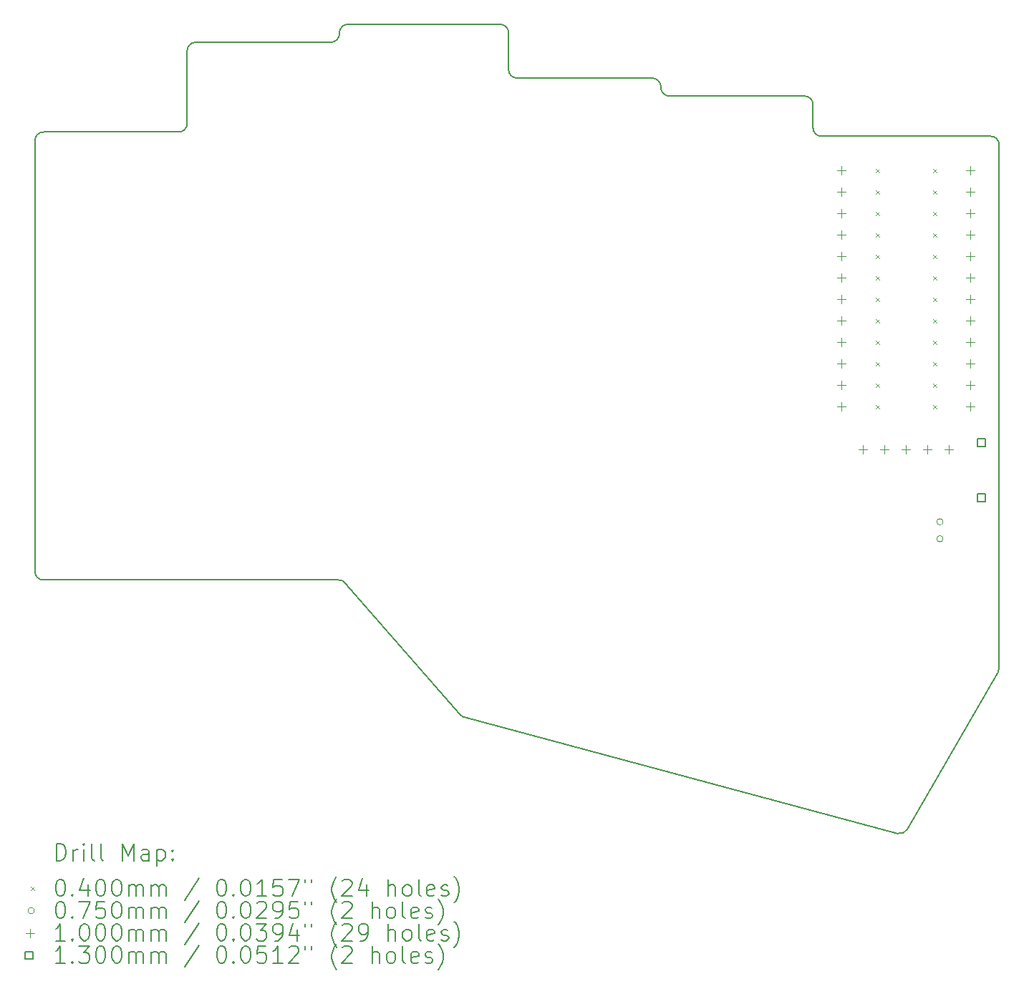
<source format=gbr>
%TF.GenerationSoftware,KiCad,Pcbnew,8.0.6+1*%
%TF.CreationDate,2024-12-31T16:22:16+00:00*%
%TF.ProjectId,corney_island_wireless,636f726e-6579-45f6-9973-6c616e645f77,0.2*%
%TF.SameCoordinates,Original*%
%TF.FileFunction,Drillmap*%
%TF.FilePolarity,Positive*%
%FSLAX45Y45*%
G04 Gerber Fmt 4.5, Leading zero omitted, Abs format (unit mm)*
G04 Created by KiCad (PCBNEW 8.0.6+1) date 2024-12-31 16:22:16*
%MOMM*%
%LPD*%
G01*
G04 APERTURE LIST*
%ADD10C,0.150000*%
%ADD11C,0.200000*%
%ADD12C,0.100000*%
%ADD13C,0.130000*%
G04 APERTURE END LIST*
D10*
X9100000Y-10950000D02*
X12591898Y-10950000D01*
X9000000Y-10850000D02*
X9000000Y-5750000D01*
X9100000Y-10950000D02*
G75*
G02*
X9000000Y-10850000I0J100000D01*
G01*
X10700000Y-5650000D02*
X9100000Y-5650000D01*
X9000000Y-5750000D02*
G75*
G02*
X9100000Y-5650000I100000J0D01*
G01*
X12500000Y-4587500D02*
X10900000Y-4587500D01*
X10800000Y-4687500D02*
G75*
G02*
X10900000Y-4587500I100000J0D01*
G01*
X10800000Y-4687500D02*
X10800000Y-5550000D01*
X14600000Y-4912500D02*
X14600000Y-4475000D01*
X14500000Y-4375000D02*
G75*
G02*
X14600000Y-4475000I0J-100000D01*
G01*
X14500000Y-4375000D02*
X12700000Y-4375000D01*
X12600000Y-4475000D02*
G75*
G02*
X12700000Y-4375000I100000J0D01*
G01*
X12600000Y-4475000D02*
X12600000Y-4487500D01*
X16400000Y-5125000D02*
X16400000Y-5112500D01*
X16300000Y-5012500D02*
G75*
G02*
X16400000Y-5112500I0J-100000D01*
G01*
X16300000Y-5012500D02*
X14700000Y-5012500D01*
X18200000Y-5600000D02*
X18200000Y-5325000D01*
X18100000Y-5225000D02*
G75*
G02*
X18200000Y-5325000I0J-100000D01*
G01*
X18100000Y-5225000D02*
X16500000Y-5225000D01*
X19312481Y-13901024D02*
X20386603Y-12040591D01*
X19199997Y-13947617D02*
X14069557Y-12572920D01*
X14019936Y-12541896D02*
X12667401Y-10984431D01*
X19312481Y-13901024D02*
G75*
G02*
X19199998Y-13947613I-86601J50004D01*
G01*
X14069557Y-12572920D02*
G75*
G02*
X14019937Y-12541895I25883J96590D01*
G01*
X12591898Y-10950000D02*
G75*
G02*
X12667402Y-10984430I2J-100000D01*
G01*
X18300000Y-5700000D02*
X20300000Y-5700000D01*
X20400000Y-11990591D02*
X20400000Y-5800000D01*
X20400000Y-11990591D02*
G75*
G02*
X20386602Y-12040591I-100000J2D01*
G01*
X20300000Y-5700000D02*
G75*
G02*
X20400000Y-5800000I0J-100000D01*
G01*
X18300000Y-5700000D02*
G75*
G02*
X18200000Y-5600000I0J100000D01*
G01*
X16500000Y-5225000D02*
G75*
G02*
X16400000Y-5125000I0J100000D01*
G01*
X14700000Y-5012500D02*
G75*
G02*
X14600000Y-4912500I0J100000D01*
G01*
X12600000Y-4487500D02*
G75*
G02*
X12500000Y-4587500I-100000J0D01*
G01*
X10800000Y-5550000D02*
G75*
G02*
X10700000Y-5650000I-100000J0D01*
G01*
D11*
D12*
X18940000Y-6084500D02*
X18980000Y-6124500D01*
X18980000Y-6084500D02*
X18940000Y-6124500D01*
X18940000Y-6338500D02*
X18980000Y-6378500D01*
X18980000Y-6338500D02*
X18940000Y-6378500D01*
X18940000Y-6592500D02*
X18980000Y-6632500D01*
X18980000Y-6592500D02*
X18940000Y-6632500D01*
X18940000Y-6846500D02*
X18980000Y-6886500D01*
X18980000Y-6846500D02*
X18940000Y-6886500D01*
X18940000Y-7100500D02*
X18980000Y-7140500D01*
X18980000Y-7100500D02*
X18940000Y-7140500D01*
X18940000Y-7354500D02*
X18980000Y-7394500D01*
X18980000Y-7354500D02*
X18940000Y-7394500D01*
X18940000Y-7608500D02*
X18980000Y-7648500D01*
X18980000Y-7608500D02*
X18940000Y-7648500D01*
X18940000Y-7862500D02*
X18980000Y-7902500D01*
X18980000Y-7862500D02*
X18940000Y-7902500D01*
X18940000Y-8116500D02*
X18980000Y-8156500D01*
X18980000Y-8116500D02*
X18940000Y-8156500D01*
X18940000Y-8370500D02*
X18980000Y-8410500D01*
X18980000Y-8370500D02*
X18940000Y-8410500D01*
X18940000Y-8624500D02*
X18980000Y-8664500D01*
X18980000Y-8624500D02*
X18940000Y-8664500D01*
X18940000Y-8878500D02*
X18980000Y-8918500D01*
X18980000Y-8878500D02*
X18940000Y-8918500D01*
X19620000Y-6084500D02*
X19660000Y-6124500D01*
X19660000Y-6084500D02*
X19620000Y-6124500D01*
X19620000Y-6338500D02*
X19660000Y-6378500D01*
X19660000Y-6338500D02*
X19620000Y-6378500D01*
X19620000Y-6592500D02*
X19660000Y-6632500D01*
X19660000Y-6592500D02*
X19620000Y-6632500D01*
X19620000Y-6846500D02*
X19660000Y-6886500D01*
X19660000Y-6846500D02*
X19620000Y-6886500D01*
X19620000Y-7100500D02*
X19660000Y-7140500D01*
X19660000Y-7100500D02*
X19620000Y-7140500D01*
X19620000Y-7354500D02*
X19660000Y-7394500D01*
X19660000Y-7354500D02*
X19620000Y-7394500D01*
X19620000Y-7608500D02*
X19660000Y-7648500D01*
X19660000Y-7608500D02*
X19620000Y-7648500D01*
X19620000Y-7862500D02*
X19660000Y-7902500D01*
X19660000Y-7862500D02*
X19620000Y-7902500D01*
X19620000Y-8116500D02*
X19660000Y-8156500D01*
X19660000Y-8116500D02*
X19620000Y-8156500D01*
X19620000Y-8370500D02*
X19660000Y-8410500D01*
X19660000Y-8370500D02*
X19620000Y-8410500D01*
X19620000Y-8624500D02*
X19660000Y-8664500D01*
X19660000Y-8624500D02*
X19620000Y-8664500D01*
X19620000Y-8878500D02*
X19660000Y-8918500D01*
X19660000Y-8878500D02*
X19620000Y-8918500D01*
X19737500Y-10262500D02*
G75*
G02*
X19662500Y-10262500I-37500J0D01*
G01*
X19662500Y-10262500D02*
G75*
G02*
X19737500Y-10262500I37500J0D01*
G01*
X19737500Y-10462500D02*
G75*
G02*
X19662500Y-10462500I-37500J0D01*
G01*
X19662500Y-10462500D02*
G75*
G02*
X19737500Y-10462500I37500J0D01*
G01*
X18538000Y-6054500D02*
X18538000Y-6154500D01*
X18488000Y-6104500D02*
X18588000Y-6104500D01*
X18538000Y-6308500D02*
X18538000Y-6408500D01*
X18488000Y-6358500D02*
X18588000Y-6358500D01*
X18538000Y-6562500D02*
X18538000Y-6662500D01*
X18488000Y-6612500D02*
X18588000Y-6612500D01*
X18538000Y-6816500D02*
X18538000Y-6916500D01*
X18488000Y-6866500D02*
X18588000Y-6866500D01*
X18538000Y-7070500D02*
X18538000Y-7170500D01*
X18488000Y-7120500D02*
X18588000Y-7120500D01*
X18538000Y-7324500D02*
X18538000Y-7424500D01*
X18488000Y-7374500D02*
X18588000Y-7374500D01*
X18538000Y-7578500D02*
X18538000Y-7678500D01*
X18488000Y-7628500D02*
X18588000Y-7628500D01*
X18538000Y-7832500D02*
X18538000Y-7932500D01*
X18488000Y-7882500D02*
X18588000Y-7882500D01*
X18538000Y-8086500D02*
X18538000Y-8186500D01*
X18488000Y-8136500D02*
X18588000Y-8136500D01*
X18538000Y-8340500D02*
X18538000Y-8440500D01*
X18488000Y-8390500D02*
X18588000Y-8390500D01*
X18538000Y-8594500D02*
X18538000Y-8694500D01*
X18488000Y-8644500D02*
X18588000Y-8644500D01*
X18538000Y-8848500D02*
X18538000Y-8948500D01*
X18488000Y-8898500D02*
X18588000Y-8898500D01*
X18792000Y-9357500D02*
X18792000Y-9457500D01*
X18742000Y-9407500D02*
X18842000Y-9407500D01*
X19046000Y-9357500D02*
X19046000Y-9457500D01*
X18996000Y-9407500D02*
X19096000Y-9407500D01*
X19300000Y-9357500D02*
X19300000Y-9457500D01*
X19250000Y-9407500D02*
X19350000Y-9407500D01*
X19554000Y-9357500D02*
X19554000Y-9457500D01*
X19504000Y-9407500D02*
X19604000Y-9407500D01*
X19808000Y-9357500D02*
X19808000Y-9457500D01*
X19758000Y-9407500D02*
X19858000Y-9407500D01*
X20062000Y-6054500D02*
X20062000Y-6154500D01*
X20012000Y-6104500D02*
X20112000Y-6104500D01*
X20062000Y-6308500D02*
X20062000Y-6408500D01*
X20012000Y-6358500D02*
X20112000Y-6358500D01*
X20062000Y-6562500D02*
X20062000Y-6662500D01*
X20012000Y-6612500D02*
X20112000Y-6612500D01*
X20062000Y-6816500D02*
X20062000Y-6916500D01*
X20012000Y-6866500D02*
X20112000Y-6866500D01*
X20062000Y-7070500D02*
X20062000Y-7170500D01*
X20012000Y-7120500D02*
X20112000Y-7120500D01*
X20062000Y-7324500D02*
X20062000Y-7424500D01*
X20012000Y-7374500D02*
X20112000Y-7374500D01*
X20062000Y-7578500D02*
X20062000Y-7678500D01*
X20012000Y-7628500D02*
X20112000Y-7628500D01*
X20062000Y-7832500D02*
X20062000Y-7932500D01*
X20012000Y-7882500D02*
X20112000Y-7882500D01*
X20062000Y-8086500D02*
X20062000Y-8186500D01*
X20012000Y-8136500D02*
X20112000Y-8136500D01*
X20062000Y-8340500D02*
X20062000Y-8440500D01*
X20012000Y-8390500D02*
X20112000Y-8390500D01*
X20062000Y-8594500D02*
X20062000Y-8694500D01*
X20012000Y-8644500D02*
X20112000Y-8644500D01*
X20062000Y-8848500D02*
X20062000Y-8948500D01*
X20012000Y-8898500D02*
X20112000Y-8898500D01*
D13*
X20235962Y-9370962D02*
X20235962Y-9279038D01*
X20144038Y-9279038D01*
X20144038Y-9370962D01*
X20235962Y-9370962D01*
X20235962Y-10020962D02*
X20235962Y-9929038D01*
X20144038Y-9929038D01*
X20144038Y-10020962D01*
X20235962Y-10020962D01*
D11*
X9253277Y-14270005D02*
X9253277Y-14070005D01*
X9253277Y-14070005D02*
X9300896Y-14070005D01*
X9300896Y-14070005D02*
X9329467Y-14079529D01*
X9329467Y-14079529D02*
X9348515Y-14098576D01*
X9348515Y-14098576D02*
X9358039Y-14117624D01*
X9358039Y-14117624D02*
X9367563Y-14155719D01*
X9367563Y-14155719D02*
X9367563Y-14184290D01*
X9367563Y-14184290D02*
X9358039Y-14222386D01*
X9358039Y-14222386D02*
X9348515Y-14241433D01*
X9348515Y-14241433D02*
X9329467Y-14260481D01*
X9329467Y-14260481D02*
X9300896Y-14270005D01*
X9300896Y-14270005D02*
X9253277Y-14270005D01*
X9453277Y-14270005D02*
X9453277Y-14136671D01*
X9453277Y-14174767D02*
X9462801Y-14155719D01*
X9462801Y-14155719D02*
X9472324Y-14146195D01*
X9472324Y-14146195D02*
X9491372Y-14136671D01*
X9491372Y-14136671D02*
X9510420Y-14136671D01*
X9577086Y-14270005D02*
X9577086Y-14136671D01*
X9577086Y-14070005D02*
X9567563Y-14079529D01*
X9567563Y-14079529D02*
X9577086Y-14089052D01*
X9577086Y-14089052D02*
X9586610Y-14079529D01*
X9586610Y-14079529D02*
X9577086Y-14070005D01*
X9577086Y-14070005D02*
X9577086Y-14089052D01*
X9700896Y-14270005D02*
X9681848Y-14260481D01*
X9681848Y-14260481D02*
X9672324Y-14241433D01*
X9672324Y-14241433D02*
X9672324Y-14070005D01*
X9805658Y-14270005D02*
X9786610Y-14260481D01*
X9786610Y-14260481D02*
X9777086Y-14241433D01*
X9777086Y-14241433D02*
X9777086Y-14070005D01*
X10034229Y-14270005D02*
X10034229Y-14070005D01*
X10034229Y-14070005D02*
X10100896Y-14212862D01*
X10100896Y-14212862D02*
X10167563Y-14070005D01*
X10167563Y-14070005D02*
X10167563Y-14270005D01*
X10348515Y-14270005D02*
X10348515Y-14165243D01*
X10348515Y-14165243D02*
X10338991Y-14146195D01*
X10338991Y-14146195D02*
X10319944Y-14136671D01*
X10319944Y-14136671D02*
X10281848Y-14136671D01*
X10281848Y-14136671D02*
X10262801Y-14146195D01*
X10348515Y-14260481D02*
X10329467Y-14270005D01*
X10329467Y-14270005D02*
X10281848Y-14270005D01*
X10281848Y-14270005D02*
X10262801Y-14260481D01*
X10262801Y-14260481D02*
X10253277Y-14241433D01*
X10253277Y-14241433D02*
X10253277Y-14222386D01*
X10253277Y-14222386D02*
X10262801Y-14203338D01*
X10262801Y-14203338D02*
X10281848Y-14193814D01*
X10281848Y-14193814D02*
X10329467Y-14193814D01*
X10329467Y-14193814D02*
X10348515Y-14184290D01*
X10443753Y-14136671D02*
X10443753Y-14336671D01*
X10443753Y-14146195D02*
X10462801Y-14136671D01*
X10462801Y-14136671D02*
X10500896Y-14136671D01*
X10500896Y-14136671D02*
X10519944Y-14146195D01*
X10519944Y-14146195D02*
X10529467Y-14155719D01*
X10529467Y-14155719D02*
X10538991Y-14174767D01*
X10538991Y-14174767D02*
X10538991Y-14231909D01*
X10538991Y-14231909D02*
X10529467Y-14250957D01*
X10529467Y-14250957D02*
X10519944Y-14260481D01*
X10519944Y-14260481D02*
X10500896Y-14270005D01*
X10500896Y-14270005D02*
X10462801Y-14270005D01*
X10462801Y-14270005D02*
X10443753Y-14260481D01*
X10624705Y-14250957D02*
X10634229Y-14260481D01*
X10634229Y-14260481D02*
X10624705Y-14270005D01*
X10624705Y-14270005D02*
X10615182Y-14260481D01*
X10615182Y-14260481D02*
X10624705Y-14250957D01*
X10624705Y-14250957D02*
X10624705Y-14270005D01*
X10624705Y-14146195D02*
X10634229Y-14155719D01*
X10634229Y-14155719D02*
X10624705Y-14165243D01*
X10624705Y-14165243D02*
X10615182Y-14155719D01*
X10615182Y-14155719D02*
X10624705Y-14146195D01*
X10624705Y-14146195D02*
X10624705Y-14165243D01*
D12*
X8952500Y-14578521D02*
X8992500Y-14618521D01*
X8992500Y-14578521D02*
X8952500Y-14618521D01*
D11*
X9291372Y-14490005D02*
X9310420Y-14490005D01*
X9310420Y-14490005D02*
X9329467Y-14499529D01*
X9329467Y-14499529D02*
X9338991Y-14509052D01*
X9338991Y-14509052D02*
X9348515Y-14528100D01*
X9348515Y-14528100D02*
X9358039Y-14566195D01*
X9358039Y-14566195D02*
X9358039Y-14613814D01*
X9358039Y-14613814D02*
X9348515Y-14651909D01*
X9348515Y-14651909D02*
X9338991Y-14670957D01*
X9338991Y-14670957D02*
X9329467Y-14680481D01*
X9329467Y-14680481D02*
X9310420Y-14690005D01*
X9310420Y-14690005D02*
X9291372Y-14690005D01*
X9291372Y-14690005D02*
X9272324Y-14680481D01*
X9272324Y-14680481D02*
X9262801Y-14670957D01*
X9262801Y-14670957D02*
X9253277Y-14651909D01*
X9253277Y-14651909D02*
X9243753Y-14613814D01*
X9243753Y-14613814D02*
X9243753Y-14566195D01*
X9243753Y-14566195D02*
X9253277Y-14528100D01*
X9253277Y-14528100D02*
X9262801Y-14509052D01*
X9262801Y-14509052D02*
X9272324Y-14499529D01*
X9272324Y-14499529D02*
X9291372Y-14490005D01*
X9443753Y-14670957D02*
X9453277Y-14680481D01*
X9453277Y-14680481D02*
X9443753Y-14690005D01*
X9443753Y-14690005D02*
X9434229Y-14680481D01*
X9434229Y-14680481D02*
X9443753Y-14670957D01*
X9443753Y-14670957D02*
X9443753Y-14690005D01*
X9624705Y-14556671D02*
X9624705Y-14690005D01*
X9577086Y-14480481D02*
X9529467Y-14623338D01*
X9529467Y-14623338D02*
X9653277Y-14623338D01*
X9767563Y-14490005D02*
X9786610Y-14490005D01*
X9786610Y-14490005D02*
X9805658Y-14499529D01*
X9805658Y-14499529D02*
X9815182Y-14509052D01*
X9815182Y-14509052D02*
X9824705Y-14528100D01*
X9824705Y-14528100D02*
X9834229Y-14566195D01*
X9834229Y-14566195D02*
X9834229Y-14613814D01*
X9834229Y-14613814D02*
X9824705Y-14651909D01*
X9824705Y-14651909D02*
X9815182Y-14670957D01*
X9815182Y-14670957D02*
X9805658Y-14680481D01*
X9805658Y-14680481D02*
X9786610Y-14690005D01*
X9786610Y-14690005D02*
X9767563Y-14690005D01*
X9767563Y-14690005D02*
X9748515Y-14680481D01*
X9748515Y-14680481D02*
X9738991Y-14670957D01*
X9738991Y-14670957D02*
X9729467Y-14651909D01*
X9729467Y-14651909D02*
X9719944Y-14613814D01*
X9719944Y-14613814D02*
X9719944Y-14566195D01*
X9719944Y-14566195D02*
X9729467Y-14528100D01*
X9729467Y-14528100D02*
X9738991Y-14509052D01*
X9738991Y-14509052D02*
X9748515Y-14499529D01*
X9748515Y-14499529D02*
X9767563Y-14490005D01*
X9958039Y-14490005D02*
X9977086Y-14490005D01*
X9977086Y-14490005D02*
X9996134Y-14499529D01*
X9996134Y-14499529D02*
X10005658Y-14509052D01*
X10005658Y-14509052D02*
X10015182Y-14528100D01*
X10015182Y-14528100D02*
X10024705Y-14566195D01*
X10024705Y-14566195D02*
X10024705Y-14613814D01*
X10024705Y-14613814D02*
X10015182Y-14651909D01*
X10015182Y-14651909D02*
X10005658Y-14670957D01*
X10005658Y-14670957D02*
X9996134Y-14680481D01*
X9996134Y-14680481D02*
X9977086Y-14690005D01*
X9977086Y-14690005D02*
X9958039Y-14690005D01*
X9958039Y-14690005D02*
X9938991Y-14680481D01*
X9938991Y-14680481D02*
X9929467Y-14670957D01*
X9929467Y-14670957D02*
X9919944Y-14651909D01*
X9919944Y-14651909D02*
X9910420Y-14613814D01*
X9910420Y-14613814D02*
X9910420Y-14566195D01*
X9910420Y-14566195D02*
X9919944Y-14528100D01*
X9919944Y-14528100D02*
X9929467Y-14509052D01*
X9929467Y-14509052D02*
X9938991Y-14499529D01*
X9938991Y-14499529D02*
X9958039Y-14490005D01*
X10110420Y-14690005D02*
X10110420Y-14556671D01*
X10110420Y-14575719D02*
X10119944Y-14566195D01*
X10119944Y-14566195D02*
X10138991Y-14556671D01*
X10138991Y-14556671D02*
X10167563Y-14556671D01*
X10167563Y-14556671D02*
X10186610Y-14566195D01*
X10186610Y-14566195D02*
X10196134Y-14585243D01*
X10196134Y-14585243D02*
X10196134Y-14690005D01*
X10196134Y-14585243D02*
X10205658Y-14566195D01*
X10205658Y-14566195D02*
X10224705Y-14556671D01*
X10224705Y-14556671D02*
X10253277Y-14556671D01*
X10253277Y-14556671D02*
X10272325Y-14566195D01*
X10272325Y-14566195D02*
X10281848Y-14585243D01*
X10281848Y-14585243D02*
X10281848Y-14690005D01*
X10377086Y-14690005D02*
X10377086Y-14556671D01*
X10377086Y-14575719D02*
X10386610Y-14566195D01*
X10386610Y-14566195D02*
X10405658Y-14556671D01*
X10405658Y-14556671D02*
X10434229Y-14556671D01*
X10434229Y-14556671D02*
X10453277Y-14566195D01*
X10453277Y-14566195D02*
X10462801Y-14585243D01*
X10462801Y-14585243D02*
X10462801Y-14690005D01*
X10462801Y-14585243D02*
X10472325Y-14566195D01*
X10472325Y-14566195D02*
X10491372Y-14556671D01*
X10491372Y-14556671D02*
X10519944Y-14556671D01*
X10519944Y-14556671D02*
X10538991Y-14566195D01*
X10538991Y-14566195D02*
X10548515Y-14585243D01*
X10548515Y-14585243D02*
X10548515Y-14690005D01*
X10938991Y-14480481D02*
X10767563Y-14737624D01*
X11196134Y-14490005D02*
X11215182Y-14490005D01*
X11215182Y-14490005D02*
X11234229Y-14499529D01*
X11234229Y-14499529D02*
X11243753Y-14509052D01*
X11243753Y-14509052D02*
X11253277Y-14528100D01*
X11253277Y-14528100D02*
X11262801Y-14566195D01*
X11262801Y-14566195D02*
X11262801Y-14613814D01*
X11262801Y-14613814D02*
X11253277Y-14651909D01*
X11253277Y-14651909D02*
X11243753Y-14670957D01*
X11243753Y-14670957D02*
X11234229Y-14680481D01*
X11234229Y-14680481D02*
X11215182Y-14690005D01*
X11215182Y-14690005D02*
X11196134Y-14690005D01*
X11196134Y-14690005D02*
X11177087Y-14680481D01*
X11177087Y-14680481D02*
X11167563Y-14670957D01*
X11167563Y-14670957D02*
X11158039Y-14651909D01*
X11158039Y-14651909D02*
X11148515Y-14613814D01*
X11148515Y-14613814D02*
X11148515Y-14566195D01*
X11148515Y-14566195D02*
X11158039Y-14528100D01*
X11158039Y-14528100D02*
X11167563Y-14509052D01*
X11167563Y-14509052D02*
X11177087Y-14499529D01*
X11177087Y-14499529D02*
X11196134Y-14490005D01*
X11348515Y-14670957D02*
X11358039Y-14680481D01*
X11358039Y-14680481D02*
X11348515Y-14690005D01*
X11348515Y-14690005D02*
X11338991Y-14680481D01*
X11338991Y-14680481D02*
X11348515Y-14670957D01*
X11348515Y-14670957D02*
X11348515Y-14690005D01*
X11481848Y-14490005D02*
X11500896Y-14490005D01*
X11500896Y-14490005D02*
X11519944Y-14499529D01*
X11519944Y-14499529D02*
X11529467Y-14509052D01*
X11529467Y-14509052D02*
X11538991Y-14528100D01*
X11538991Y-14528100D02*
X11548515Y-14566195D01*
X11548515Y-14566195D02*
X11548515Y-14613814D01*
X11548515Y-14613814D02*
X11538991Y-14651909D01*
X11538991Y-14651909D02*
X11529467Y-14670957D01*
X11529467Y-14670957D02*
X11519944Y-14680481D01*
X11519944Y-14680481D02*
X11500896Y-14690005D01*
X11500896Y-14690005D02*
X11481848Y-14690005D01*
X11481848Y-14690005D02*
X11462801Y-14680481D01*
X11462801Y-14680481D02*
X11453277Y-14670957D01*
X11453277Y-14670957D02*
X11443753Y-14651909D01*
X11443753Y-14651909D02*
X11434229Y-14613814D01*
X11434229Y-14613814D02*
X11434229Y-14566195D01*
X11434229Y-14566195D02*
X11443753Y-14528100D01*
X11443753Y-14528100D02*
X11453277Y-14509052D01*
X11453277Y-14509052D02*
X11462801Y-14499529D01*
X11462801Y-14499529D02*
X11481848Y-14490005D01*
X11738991Y-14690005D02*
X11624706Y-14690005D01*
X11681848Y-14690005D02*
X11681848Y-14490005D01*
X11681848Y-14490005D02*
X11662801Y-14518576D01*
X11662801Y-14518576D02*
X11643753Y-14537624D01*
X11643753Y-14537624D02*
X11624706Y-14547148D01*
X11919944Y-14490005D02*
X11824706Y-14490005D01*
X11824706Y-14490005D02*
X11815182Y-14585243D01*
X11815182Y-14585243D02*
X11824706Y-14575719D01*
X11824706Y-14575719D02*
X11843753Y-14566195D01*
X11843753Y-14566195D02*
X11891372Y-14566195D01*
X11891372Y-14566195D02*
X11910420Y-14575719D01*
X11910420Y-14575719D02*
X11919944Y-14585243D01*
X11919944Y-14585243D02*
X11929467Y-14604290D01*
X11929467Y-14604290D02*
X11929467Y-14651909D01*
X11929467Y-14651909D02*
X11919944Y-14670957D01*
X11919944Y-14670957D02*
X11910420Y-14680481D01*
X11910420Y-14680481D02*
X11891372Y-14690005D01*
X11891372Y-14690005D02*
X11843753Y-14690005D01*
X11843753Y-14690005D02*
X11824706Y-14680481D01*
X11824706Y-14680481D02*
X11815182Y-14670957D01*
X11996134Y-14490005D02*
X12129467Y-14490005D01*
X12129467Y-14490005D02*
X12043753Y-14690005D01*
X12196134Y-14490005D02*
X12196134Y-14528100D01*
X12272325Y-14490005D02*
X12272325Y-14528100D01*
X12567563Y-14766195D02*
X12558039Y-14756671D01*
X12558039Y-14756671D02*
X12538991Y-14728100D01*
X12538991Y-14728100D02*
X12529468Y-14709052D01*
X12529468Y-14709052D02*
X12519944Y-14680481D01*
X12519944Y-14680481D02*
X12510420Y-14632862D01*
X12510420Y-14632862D02*
X12510420Y-14594767D01*
X12510420Y-14594767D02*
X12519944Y-14547148D01*
X12519944Y-14547148D02*
X12529468Y-14518576D01*
X12529468Y-14518576D02*
X12538991Y-14499529D01*
X12538991Y-14499529D02*
X12558039Y-14470957D01*
X12558039Y-14470957D02*
X12567563Y-14461433D01*
X12634229Y-14509052D02*
X12643753Y-14499529D01*
X12643753Y-14499529D02*
X12662801Y-14490005D01*
X12662801Y-14490005D02*
X12710420Y-14490005D01*
X12710420Y-14490005D02*
X12729468Y-14499529D01*
X12729468Y-14499529D02*
X12738991Y-14509052D01*
X12738991Y-14509052D02*
X12748515Y-14528100D01*
X12748515Y-14528100D02*
X12748515Y-14547148D01*
X12748515Y-14547148D02*
X12738991Y-14575719D01*
X12738991Y-14575719D02*
X12624706Y-14690005D01*
X12624706Y-14690005D02*
X12748515Y-14690005D01*
X12919944Y-14556671D02*
X12919944Y-14690005D01*
X12872325Y-14480481D02*
X12824706Y-14623338D01*
X12824706Y-14623338D02*
X12948515Y-14623338D01*
X13177087Y-14690005D02*
X13177087Y-14490005D01*
X13262801Y-14690005D02*
X13262801Y-14585243D01*
X13262801Y-14585243D02*
X13253277Y-14566195D01*
X13253277Y-14566195D02*
X13234230Y-14556671D01*
X13234230Y-14556671D02*
X13205658Y-14556671D01*
X13205658Y-14556671D02*
X13186610Y-14566195D01*
X13186610Y-14566195D02*
X13177087Y-14575719D01*
X13386610Y-14690005D02*
X13367563Y-14680481D01*
X13367563Y-14680481D02*
X13358039Y-14670957D01*
X13358039Y-14670957D02*
X13348515Y-14651909D01*
X13348515Y-14651909D02*
X13348515Y-14594767D01*
X13348515Y-14594767D02*
X13358039Y-14575719D01*
X13358039Y-14575719D02*
X13367563Y-14566195D01*
X13367563Y-14566195D02*
X13386610Y-14556671D01*
X13386610Y-14556671D02*
X13415182Y-14556671D01*
X13415182Y-14556671D02*
X13434230Y-14566195D01*
X13434230Y-14566195D02*
X13443753Y-14575719D01*
X13443753Y-14575719D02*
X13453277Y-14594767D01*
X13453277Y-14594767D02*
X13453277Y-14651909D01*
X13453277Y-14651909D02*
X13443753Y-14670957D01*
X13443753Y-14670957D02*
X13434230Y-14680481D01*
X13434230Y-14680481D02*
X13415182Y-14690005D01*
X13415182Y-14690005D02*
X13386610Y-14690005D01*
X13567563Y-14690005D02*
X13548515Y-14680481D01*
X13548515Y-14680481D02*
X13538991Y-14661433D01*
X13538991Y-14661433D02*
X13538991Y-14490005D01*
X13719944Y-14680481D02*
X13700896Y-14690005D01*
X13700896Y-14690005D02*
X13662801Y-14690005D01*
X13662801Y-14690005D02*
X13643753Y-14680481D01*
X13643753Y-14680481D02*
X13634230Y-14661433D01*
X13634230Y-14661433D02*
X13634230Y-14585243D01*
X13634230Y-14585243D02*
X13643753Y-14566195D01*
X13643753Y-14566195D02*
X13662801Y-14556671D01*
X13662801Y-14556671D02*
X13700896Y-14556671D01*
X13700896Y-14556671D02*
X13719944Y-14566195D01*
X13719944Y-14566195D02*
X13729468Y-14585243D01*
X13729468Y-14585243D02*
X13729468Y-14604290D01*
X13729468Y-14604290D02*
X13634230Y-14623338D01*
X13805658Y-14680481D02*
X13824706Y-14690005D01*
X13824706Y-14690005D02*
X13862801Y-14690005D01*
X13862801Y-14690005D02*
X13881849Y-14680481D01*
X13881849Y-14680481D02*
X13891372Y-14661433D01*
X13891372Y-14661433D02*
X13891372Y-14651909D01*
X13891372Y-14651909D02*
X13881849Y-14632862D01*
X13881849Y-14632862D02*
X13862801Y-14623338D01*
X13862801Y-14623338D02*
X13834230Y-14623338D01*
X13834230Y-14623338D02*
X13815182Y-14613814D01*
X13815182Y-14613814D02*
X13805658Y-14594767D01*
X13805658Y-14594767D02*
X13805658Y-14585243D01*
X13805658Y-14585243D02*
X13815182Y-14566195D01*
X13815182Y-14566195D02*
X13834230Y-14556671D01*
X13834230Y-14556671D02*
X13862801Y-14556671D01*
X13862801Y-14556671D02*
X13881849Y-14566195D01*
X13958039Y-14766195D02*
X13967563Y-14756671D01*
X13967563Y-14756671D02*
X13986611Y-14728100D01*
X13986611Y-14728100D02*
X13996134Y-14709052D01*
X13996134Y-14709052D02*
X14005658Y-14680481D01*
X14005658Y-14680481D02*
X14015182Y-14632862D01*
X14015182Y-14632862D02*
X14015182Y-14594767D01*
X14015182Y-14594767D02*
X14005658Y-14547148D01*
X14005658Y-14547148D02*
X13996134Y-14518576D01*
X13996134Y-14518576D02*
X13986611Y-14499529D01*
X13986611Y-14499529D02*
X13967563Y-14470957D01*
X13967563Y-14470957D02*
X13958039Y-14461433D01*
D12*
X8992500Y-14862521D02*
G75*
G02*
X8917500Y-14862521I-37500J0D01*
G01*
X8917500Y-14862521D02*
G75*
G02*
X8992500Y-14862521I37500J0D01*
G01*
D11*
X9291372Y-14754005D02*
X9310420Y-14754005D01*
X9310420Y-14754005D02*
X9329467Y-14763529D01*
X9329467Y-14763529D02*
X9338991Y-14773052D01*
X9338991Y-14773052D02*
X9348515Y-14792100D01*
X9348515Y-14792100D02*
X9358039Y-14830195D01*
X9358039Y-14830195D02*
X9358039Y-14877814D01*
X9358039Y-14877814D02*
X9348515Y-14915909D01*
X9348515Y-14915909D02*
X9338991Y-14934957D01*
X9338991Y-14934957D02*
X9329467Y-14944481D01*
X9329467Y-14944481D02*
X9310420Y-14954005D01*
X9310420Y-14954005D02*
X9291372Y-14954005D01*
X9291372Y-14954005D02*
X9272324Y-14944481D01*
X9272324Y-14944481D02*
X9262801Y-14934957D01*
X9262801Y-14934957D02*
X9253277Y-14915909D01*
X9253277Y-14915909D02*
X9243753Y-14877814D01*
X9243753Y-14877814D02*
X9243753Y-14830195D01*
X9243753Y-14830195D02*
X9253277Y-14792100D01*
X9253277Y-14792100D02*
X9262801Y-14773052D01*
X9262801Y-14773052D02*
X9272324Y-14763529D01*
X9272324Y-14763529D02*
X9291372Y-14754005D01*
X9443753Y-14934957D02*
X9453277Y-14944481D01*
X9453277Y-14944481D02*
X9443753Y-14954005D01*
X9443753Y-14954005D02*
X9434229Y-14944481D01*
X9434229Y-14944481D02*
X9443753Y-14934957D01*
X9443753Y-14934957D02*
X9443753Y-14954005D01*
X9519944Y-14754005D02*
X9653277Y-14754005D01*
X9653277Y-14754005D02*
X9567563Y-14954005D01*
X9824705Y-14754005D02*
X9729467Y-14754005D01*
X9729467Y-14754005D02*
X9719944Y-14849243D01*
X9719944Y-14849243D02*
X9729467Y-14839719D01*
X9729467Y-14839719D02*
X9748515Y-14830195D01*
X9748515Y-14830195D02*
X9796134Y-14830195D01*
X9796134Y-14830195D02*
X9815182Y-14839719D01*
X9815182Y-14839719D02*
X9824705Y-14849243D01*
X9824705Y-14849243D02*
X9834229Y-14868290D01*
X9834229Y-14868290D02*
X9834229Y-14915909D01*
X9834229Y-14915909D02*
X9824705Y-14934957D01*
X9824705Y-14934957D02*
X9815182Y-14944481D01*
X9815182Y-14944481D02*
X9796134Y-14954005D01*
X9796134Y-14954005D02*
X9748515Y-14954005D01*
X9748515Y-14954005D02*
X9729467Y-14944481D01*
X9729467Y-14944481D02*
X9719944Y-14934957D01*
X9958039Y-14754005D02*
X9977086Y-14754005D01*
X9977086Y-14754005D02*
X9996134Y-14763529D01*
X9996134Y-14763529D02*
X10005658Y-14773052D01*
X10005658Y-14773052D02*
X10015182Y-14792100D01*
X10015182Y-14792100D02*
X10024705Y-14830195D01*
X10024705Y-14830195D02*
X10024705Y-14877814D01*
X10024705Y-14877814D02*
X10015182Y-14915909D01*
X10015182Y-14915909D02*
X10005658Y-14934957D01*
X10005658Y-14934957D02*
X9996134Y-14944481D01*
X9996134Y-14944481D02*
X9977086Y-14954005D01*
X9977086Y-14954005D02*
X9958039Y-14954005D01*
X9958039Y-14954005D02*
X9938991Y-14944481D01*
X9938991Y-14944481D02*
X9929467Y-14934957D01*
X9929467Y-14934957D02*
X9919944Y-14915909D01*
X9919944Y-14915909D02*
X9910420Y-14877814D01*
X9910420Y-14877814D02*
X9910420Y-14830195D01*
X9910420Y-14830195D02*
X9919944Y-14792100D01*
X9919944Y-14792100D02*
X9929467Y-14773052D01*
X9929467Y-14773052D02*
X9938991Y-14763529D01*
X9938991Y-14763529D02*
X9958039Y-14754005D01*
X10110420Y-14954005D02*
X10110420Y-14820671D01*
X10110420Y-14839719D02*
X10119944Y-14830195D01*
X10119944Y-14830195D02*
X10138991Y-14820671D01*
X10138991Y-14820671D02*
X10167563Y-14820671D01*
X10167563Y-14820671D02*
X10186610Y-14830195D01*
X10186610Y-14830195D02*
X10196134Y-14849243D01*
X10196134Y-14849243D02*
X10196134Y-14954005D01*
X10196134Y-14849243D02*
X10205658Y-14830195D01*
X10205658Y-14830195D02*
X10224705Y-14820671D01*
X10224705Y-14820671D02*
X10253277Y-14820671D01*
X10253277Y-14820671D02*
X10272325Y-14830195D01*
X10272325Y-14830195D02*
X10281848Y-14849243D01*
X10281848Y-14849243D02*
X10281848Y-14954005D01*
X10377086Y-14954005D02*
X10377086Y-14820671D01*
X10377086Y-14839719D02*
X10386610Y-14830195D01*
X10386610Y-14830195D02*
X10405658Y-14820671D01*
X10405658Y-14820671D02*
X10434229Y-14820671D01*
X10434229Y-14820671D02*
X10453277Y-14830195D01*
X10453277Y-14830195D02*
X10462801Y-14849243D01*
X10462801Y-14849243D02*
X10462801Y-14954005D01*
X10462801Y-14849243D02*
X10472325Y-14830195D01*
X10472325Y-14830195D02*
X10491372Y-14820671D01*
X10491372Y-14820671D02*
X10519944Y-14820671D01*
X10519944Y-14820671D02*
X10538991Y-14830195D01*
X10538991Y-14830195D02*
X10548515Y-14849243D01*
X10548515Y-14849243D02*
X10548515Y-14954005D01*
X10938991Y-14744481D02*
X10767563Y-15001624D01*
X11196134Y-14754005D02*
X11215182Y-14754005D01*
X11215182Y-14754005D02*
X11234229Y-14763529D01*
X11234229Y-14763529D02*
X11243753Y-14773052D01*
X11243753Y-14773052D02*
X11253277Y-14792100D01*
X11253277Y-14792100D02*
X11262801Y-14830195D01*
X11262801Y-14830195D02*
X11262801Y-14877814D01*
X11262801Y-14877814D02*
X11253277Y-14915909D01*
X11253277Y-14915909D02*
X11243753Y-14934957D01*
X11243753Y-14934957D02*
X11234229Y-14944481D01*
X11234229Y-14944481D02*
X11215182Y-14954005D01*
X11215182Y-14954005D02*
X11196134Y-14954005D01*
X11196134Y-14954005D02*
X11177087Y-14944481D01*
X11177087Y-14944481D02*
X11167563Y-14934957D01*
X11167563Y-14934957D02*
X11158039Y-14915909D01*
X11158039Y-14915909D02*
X11148515Y-14877814D01*
X11148515Y-14877814D02*
X11148515Y-14830195D01*
X11148515Y-14830195D02*
X11158039Y-14792100D01*
X11158039Y-14792100D02*
X11167563Y-14773052D01*
X11167563Y-14773052D02*
X11177087Y-14763529D01*
X11177087Y-14763529D02*
X11196134Y-14754005D01*
X11348515Y-14934957D02*
X11358039Y-14944481D01*
X11358039Y-14944481D02*
X11348515Y-14954005D01*
X11348515Y-14954005D02*
X11338991Y-14944481D01*
X11338991Y-14944481D02*
X11348515Y-14934957D01*
X11348515Y-14934957D02*
X11348515Y-14954005D01*
X11481848Y-14754005D02*
X11500896Y-14754005D01*
X11500896Y-14754005D02*
X11519944Y-14763529D01*
X11519944Y-14763529D02*
X11529467Y-14773052D01*
X11529467Y-14773052D02*
X11538991Y-14792100D01*
X11538991Y-14792100D02*
X11548515Y-14830195D01*
X11548515Y-14830195D02*
X11548515Y-14877814D01*
X11548515Y-14877814D02*
X11538991Y-14915909D01*
X11538991Y-14915909D02*
X11529467Y-14934957D01*
X11529467Y-14934957D02*
X11519944Y-14944481D01*
X11519944Y-14944481D02*
X11500896Y-14954005D01*
X11500896Y-14954005D02*
X11481848Y-14954005D01*
X11481848Y-14954005D02*
X11462801Y-14944481D01*
X11462801Y-14944481D02*
X11453277Y-14934957D01*
X11453277Y-14934957D02*
X11443753Y-14915909D01*
X11443753Y-14915909D02*
X11434229Y-14877814D01*
X11434229Y-14877814D02*
X11434229Y-14830195D01*
X11434229Y-14830195D02*
X11443753Y-14792100D01*
X11443753Y-14792100D02*
X11453277Y-14773052D01*
X11453277Y-14773052D02*
X11462801Y-14763529D01*
X11462801Y-14763529D02*
X11481848Y-14754005D01*
X11624706Y-14773052D02*
X11634229Y-14763529D01*
X11634229Y-14763529D02*
X11653277Y-14754005D01*
X11653277Y-14754005D02*
X11700896Y-14754005D01*
X11700896Y-14754005D02*
X11719944Y-14763529D01*
X11719944Y-14763529D02*
X11729467Y-14773052D01*
X11729467Y-14773052D02*
X11738991Y-14792100D01*
X11738991Y-14792100D02*
X11738991Y-14811148D01*
X11738991Y-14811148D02*
X11729467Y-14839719D01*
X11729467Y-14839719D02*
X11615182Y-14954005D01*
X11615182Y-14954005D02*
X11738991Y-14954005D01*
X11834229Y-14954005D02*
X11872325Y-14954005D01*
X11872325Y-14954005D02*
X11891372Y-14944481D01*
X11891372Y-14944481D02*
X11900896Y-14934957D01*
X11900896Y-14934957D02*
X11919944Y-14906386D01*
X11919944Y-14906386D02*
X11929467Y-14868290D01*
X11929467Y-14868290D02*
X11929467Y-14792100D01*
X11929467Y-14792100D02*
X11919944Y-14773052D01*
X11919944Y-14773052D02*
X11910420Y-14763529D01*
X11910420Y-14763529D02*
X11891372Y-14754005D01*
X11891372Y-14754005D02*
X11853277Y-14754005D01*
X11853277Y-14754005D02*
X11834229Y-14763529D01*
X11834229Y-14763529D02*
X11824706Y-14773052D01*
X11824706Y-14773052D02*
X11815182Y-14792100D01*
X11815182Y-14792100D02*
X11815182Y-14839719D01*
X11815182Y-14839719D02*
X11824706Y-14858767D01*
X11824706Y-14858767D02*
X11834229Y-14868290D01*
X11834229Y-14868290D02*
X11853277Y-14877814D01*
X11853277Y-14877814D02*
X11891372Y-14877814D01*
X11891372Y-14877814D02*
X11910420Y-14868290D01*
X11910420Y-14868290D02*
X11919944Y-14858767D01*
X11919944Y-14858767D02*
X11929467Y-14839719D01*
X12110420Y-14754005D02*
X12015182Y-14754005D01*
X12015182Y-14754005D02*
X12005658Y-14849243D01*
X12005658Y-14849243D02*
X12015182Y-14839719D01*
X12015182Y-14839719D02*
X12034229Y-14830195D01*
X12034229Y-14830195D02*
X12081848Y-14830195D01*
X12081848Y-14830195D02*
X12100896Y-14839719D01*
X12100896Y-14839719D02*
X12110420Y-14849243D01*
X12110420Y-14849243D02*
X12119944Y-14868290D01*
X12119944Y-14868290D02*
X12119944Y-14915909D01*
X12119944Y-14915909D02*
X12110420Y-14934957D01*
X12110420Y-14934957D02*
X12100896Y-14944481D01*
X12100896Y-14944481D02*
X12081848Y-14954005D01*
X12081848Y-14954005D02*
X12034229Y-14954005D01*
X12034229Y-14954005D02*
X12015182Y-14944481D01*
X12015182Y-14944481D02*
X12005658Y-14934957D01*
X12196134Y-14754005D02*
X12196134Y-14792100D01*
X12272325Y-14754005D02*
X12272325Y-14792100D01*
X12567563Y-15030195D02*
X12558039Y-15020671D01*
X12558039Y-15020671D02*
X12538991Y-14992100D01*
X12538991Y-14992100D02*
X12529468Y-14973052D01*
X12529468Y-14973052D02*
X12519944Y-14944481D01*
X12519944Y-14944481D02*
X12510420Y-14896862D01*
X12510420Y-14896862D02*
X12510420Y-14858767D01*
X12510420Y-14858767D02*
X12519944Y-14811148D01*
X12519944Y-14811148D02*
X12529468Y-14782576D01*
X12529468Y-14782576D02*
X12538991Y-14763529D01*
X12538991Y-14763529D02*
X12558039Y-14734957D01*
X12558039Y-14734957D02*
X12567563Y-14725433D01*
X12634229Y-14773052D02*
X12643753Y-14763529D01*
X12643753Y-14763529D02*
X12662801Y-14754005D01*
X12662801Y-14754005D02*
X12710420Y-14754005D01*
X12710420Y-14754005D02*
X12729468Y-14763529D01*
X12729468Y-14763529D02*
X12738991Y-14773052D01*
X12738991Y-14773052D02*
X12748515Y-14792100D01*
X12748515Y-14792100D02*
X12748515Y-14811148D01*
X12748515Y-14811148D02*
X12738991Y-14839719D01*
X12738991Y-14839719D02*
X12624706Y-14954005D01*
X12624706Y-14954005D02*
X12748515Y-14954005D01*
X12986610Y-14954005D02*
X12986610Y-14754005D01*
X13072325Y-14954005D02*
X13072325Y-14849243D01*
X13072325Y-14849243D02*
X13062801Y-14830195D01*
X13062801Y-14830195D02*
X13043753Y-14820671D01*
X13043753Y-14820671D02*
X13015182Y-14820671D01*
X13015182Y-14820671D02*
X12996134Y-14830195D01*
X12996134Y-14830195D02*
X12986610Y-14839719D01*
X13196134Y-14954005D02*
X13177087Y-14944481D01*
X13177087Y-14944481D02*
X13167563Y-14934957D01*
X13167563Y-14934957D02*
X13158039Y-14915909D01*
X13158039Y-14915909D02*
X13158039Y-14858767D01*
X13158039Y-14858767D02*
X13167563Y-14839719D01*
X13167563Y-14839719D02*
X13177087Y-14830195D01*
X13177087Y-14830195D02*
X13196134Y-14820671D01*
X13196134Y-14820671D02*
X13224706Y-14820671D01*
X13224706Y-14820671D02*
X13243753Y-14830195D01*
X13243753Y-14830195D02*
X13253277Y-14839719D01*
X13253277Y-14839719D02*
X13262801Y-14858767D01*
X13262801Y-14858767D02*
X13262801Y-14915909D01*
X13262801Y-14915909D02*
X13253277Y-14934957D01*
X13253277Y-14934957D02*
X13243753Y-14944481D01*
X13243753Y-14944481D02*
X13224706Y-14954005D01*
X13224706Y-14954005D02*
X13196134Y-14954005D01*
X13377087Y-14954005D02*
X13358039Y-14944481D01*
X13358039Y-14944481D02*
X13348515Y-14925433D01*
X13348515Y-14925433D02*
X13348515Y-14754005D01*
X13529468Y-14944481D02*
X13510420Y-14954005D01*
X13510420Y-14954005D02*
X13472325Y-14954005D01*
X13472325Y-14954005D02*
X13453277Y-14944481D01*
X13453277Y-14944481D02*
X13443753Y-14925433D01*
X13443753Y-14925433D02*
X13443753Y-14849243D01*
X13443753Y-14849243D02*
X13453277Y-14830195D01*
X13453277Y-14830195D02*
X13472325Y-14820671D01*
X13472325Y-14820671D02*
X13510420Y-14820671D01*
X13510420Y-14820671D02*
X13529468Y-14830195D01*
X13529468Y-14830195D02*
X13538991Y-14849243D01*
X13538991Y-14849243D02*
X13538991Y-14868290D01*
X13538991Y-14868290D02*
X13443753Y-14887338D01*
X13615182Y-14944481D02*
X13634230Y-14954005D01*
X13634230Y-14954005D02*
X13672325Y-14954005D01*
X13672325Y-14954005D02*
X13691372Y-14944481D01*
X13691372Y-14944481D02*
X13700896Y-14925433D01*
X13700896Y-14925433D02*
X13700896Y-14915909D01*
X13700896Y-14915909D02*
X13691372Y-14896862D01*
X13691372Y-14896862D02*
X13672325Y-14887338D01*
X13672325Y-14887338D02*
X13643753Y-14887338D01*
X13643753Y-14887338D02*
X13624706Y-14877814D01*
X13624706Y-14877814D02*
X13615182Y-14858767D01*
X13615182Y-14858767D02*
X13615182Y-14849243D01*
X13615182Y-14849243D02*
X13624706Y-14830195D01*
X13624706Y-14830195D02*
X13643753Y-14820671D01*
X13643753Y-14820671D02*
X13672325Y-14820671D01*
X13672325Y-14820671D02*
X13691372Y-14830195D01*
X13767563Y-15030195D02*
X13777087Y-15020671D01*
X13777087Y-15020671D02*
X13796134Y-14992100D01*
X13796134Y-14992100D02*
X13805658Y-14973052D01*
X13805658Y-14973052D02*
X13815182Y-14944481D01*
X13815182Y-14944481D02*
X13824706Y-14896862D01*
X13824706Y-14896862D02*
X13824706Y-14858767D01*
X13824706Y-14858767D02*
X13815182Y-14811148D01*
X13815182Y-14811148D02*
X13805658Y-14782576D01*
X13805658Y-14782576D02*
X13796134Y-14763529D01*
X13796134Y-14763529D02*
X13777087Y-14734957D01*
X13777087Y-14734957D02*
X13767563Y-14725433D01*
D12*
X8942500Y-15076521D02*
X8942500Y-15176521D01*
X8892500Y-15126521D02*
X8992500Y-15126521D01*
D11*
X9358039Y-15218005D02*
X9243753Y-15218005D01*
X9300896Y-15218005D02*
X9300896Y-15018005D01*
X9300896Y-15018005D02*
X9281848Y-15046576D01*
X9281848Y-15046576D02*
X9262801Y-15065624D01*
X9262801Y-15065624D02*
X9243753Y-15075148D01*
X9443753Y-15198957D02*
X9453277Y-15208481D01*
X9453277Y-15208481D02*
X9443753Y-15218005D01*
X9443753Y-15218005D02*
X9434229Y-15208481D01*
X9434229Y-15208481D02*
X9443753Y-15198957D01*
X9443753Y-15198957D02*
X9443753Y-15218005D01*
X9577086Y-15018005D02*
X9596134Y-15018005D01*
X9596134Y-15018005D02*
X9615182Y-15027529D01*
X9615182Y-15027529D02*
X9624705Y-15037052D01*
X9624705Y-15037052D02*
X9634229Y-15056100D01*
X9634229Y-15056100D02*
X9643753Y-15094195D01*
X9643753Y-15094195D02*
X9643753Y-15141814D01*
X9643753Y-15141814D02*
X9634229Y-15179909D01*
X9634229Y-15179909D02*
X9624705Y-15198957D01*
X9624705Y-15198957D02*
X9615182Y-15208481D01*
X9615182Y-15208481D02*
X9596134Y-15218005D01*
X9596134Y-15218005D02*
X9577086Y-15218005D01*
X9577086Y-15218005D02*
X9558039Y-15208481D01*
X9558039Y-15208481D02*
X9548515Y-15198957D01*
X9548515Y-15198957D02*
X9538991Y-15179909D01*
X9538991Y-15179909D02*
X9529467Y-15141814D01*
X9529467Y-15141814D02*
X9529467Y-15094195D01*
X9529467Y-15094195D02*
X9538991Y-15056100D01*
X9538991Y-15056100D02*
X9548515Y-15037052D01*
X9548515Y-15037052D02*
X9558039Y-15027529D01*
X9558039Y-15027529D02*
X9577086Y-15018005D01*
X9767563Y-15018005D02*
X9786610Y-15018005D01*
X9786610Y-15018005D02*
X9805658Y-15027529D01*
X9805658Y-15027529D02*
X9815182Y-15037052D01*
X9815182Y-15037052D02*
X9824705Y-15056100D01*
X9824705Y-15056100D02*
X9834229Y-15094195D01*
X9834229Y-15094195D02*
X9834229Y-15141814D01*
X9834229Y-15141814D02*
X9824705Y-15179909D01*
X9824705Y-15179909D02*
X9815182Y-15198957D01*
X9815182Y-15198957D02*
X9805658Y-15208481D01*
X9805658Y-15208481D02*
X9786610Y-15218005D01*
X9786610Y-15218005D02*
X9767563Y-15218005D01*
X9767563Y-15218005D02*
X9748515Y-15208481D01*
X9748515Y-15208481D02*
X9738991Y-15198957D01*
X9738991Y-15198957D02*
X9729467Y-15179909D01*
X9729467Y-15179909D02*
X9719944Y-15141814D01*
X9719944Y-15141814D02*
X9719944Y-15094195D01*
X9719944Y-15094195D02*
X9729467Y-15056100D01*
X9729467Y-15056100D02*
X9738991Y-15037052D01*
X9738991Y-15037052D02*
X9748515Y-15027529D01*
X9748515Y-15027529D02*
X9767563Y-15018005D01*
X9958039Y-15018005D02*
X9977086Y-15018005D01*
X9977086Y-15018005D02*
X9996134Y-15027529D01*
X9996134Y-15027529D02*
X10005658Y-15037052D01*
X10005658Y-15037052D02*
X10015182Y-15056100D01*
X10015182Y-15056100D02*
X10024705Y-15094195D01*
X10024705Y-15094195D02*
X10024705Y-15141814D01*
X10024705Y-15141814D02*
X10015182Y-15179909D01*
X10015182Y-15179909D02*
X10005658Y-15198957D01*
X10005658Y-15198957D02*
X9996134Y-15208481D01*
X9996134Y-15208481D02*
X9977086Y-15218005D01*
X9977086Y-15218005D02*
X9958039Y-15218005D01*
X9958039Y-15218005D02*
X9938991Y-15208481D01*
X9938991Y-15208481D02*
X9929467Y-15198957D01*
X9929467Y-15198957D02*
X9919944Y-15179909D01*
X9919944Y-15179909D02*
X9910420Y-15141814D01*
X9910420Y-15141814D02*
X9910420Y-15094195D01*
X9910420Y-15094195D02*
X9919944Y-15056100D01*
X9919944Y-15056100D02*
X9929467Y-15037052D01*
X9929467Y-15037052D02*
X9938991Y-15027529D01*
X9938991Y-15027529D02*
X9958039Y-15018005D01*
X10110420Y-15218005D02*
X10110420Y-15084671D01*
X10110420Y-15103719D02*
X10119944Y-15094195D01*
X10119944Y-15094195D02*
X10138991Y-15084671D01*
X10138991Y-15084671D02*
X10167563Y-15084671D01*
X10167563Y-15084671D02*
X10186610Y-15094195D01*
X10186610Y-15094195D02*
X10196134Y-15113243D01*
X10196134Y-15113243D02*
X10196134Y-15218005D01*
X10196134Y-15113243D02*
X10205658Y-15094195D01*
X10205658Y-15094195D02*
X10224705Y-15084671D01*
X10224705Y-15084671D02*
X10253277Y-15084671D01*
X10253277Y-15084671D02*
X10272325Y-15094195D01*
X10272325Y-15094195D02*
X10281848Y-15113243D01*
X10281848Y-15113243D02*
X10281848Y-15218005D01*
X10377086Y-15218005D02*
X10377086Y-15084671D01*
X10377086Y-15103719D02*
X10386610Y-15094195D01*
X10386610Y-15094195D02*
X10405658Y-15084671D01*
X10405658Y-15084671D02*
X10434229Y-15084671D01*
X10434229Y-15084671D02*
X10453277Y-15094195D01*
X10453277Y-15094195D02*
X10462801Y-15113243D01*
X10462801Y-15113243D02*
X10462801Y-15218005D01*
X10462801Y-15113243D02*
X10472325Y-15094195D01*
X10472325Y-15094195D02*
X10491372Y-15084671D01*
X10491372Y-15084671D02*
X10519944Y-15084671D01*
X10519944Y-15084671D02*
X10538991Y-15094195D01*
X10538991Y-15094195D02*
X10548515Y-15113243D01*
X10548515Y-15113243D02*
X10548515Y-15218005D01*
X10938991Y-15008481D02*
X10767563Y-15265624D01*
X11196134Y-15018005D02*
X11215182Y-15018005D01*
X11215182Y-15018005D02*
X11234229Y-15027529D01*
X11234229Y-15027529D02*
X11243753Y-15037052D01*
X11243753Y-15037052D02*
X11253277Y-15056100D01*
X11253277Y-15056100D02*
X11262801Y-15094195D01*
X11262801Y-15094195D02*
X11262801Y-15141814D01*
X11262801Y-15141814D02*
X11253277Y-15179909D01*
X11253277Y-15179909D02*
X11243753Y-15198957D01*
X11243753Y-15198957D02*
X11234229Y-15208481D01*
X11234229Y-15208481D02*
X11215182Y-15218005D01*
X11215182Y-15218005D02*
X11196134Y-15218005D01*
X11196134Y-15218005D02*
X11177087Y-15208481D01*
X11177087Y-15208481D02*
X11167563Y-15198957D01*
X11167563Y-15198957D02*
X11158039Y-15179909D01*
X11158039Y-15179909D02*
X11148515Y-15141814D01*
X11148515Y-15141814D02*
X11148515Y-15094195D01*
X11148515Y-15094195D02*
X11158039Y-15056100D01*
X11158039Y-15056100D02*
X11167563Y-15037052D01*
X11167563Y-15037052D02*
X11177087Y-15027529D01*
X11177087Y-15027529D02*
X11196134Y-15018005D01*
X11348515Y-15198957D02*
X11358039Y-15208481D01*
X11358039Y-15208481D02*
X11348515Y-15218005D01*
X11348515Y-15218005D02*
X11338991Y-15208481D01*
X11338991Y-15208481D02*
X11348515Y-15198957D01*
X11348515Y-15198957D02*
X11348515Y-15218005D01*
X11481848Y-15018005D02*
X11500896Y-15018005D01*
X11500896Y-15018005D02*
X11519944Y-15027529D01*
X11519944Y-15027529D02*
X11529467Y-15037052D01*
X11529467Y-15037052D02*
X11538991Y-15056100D01*
X11538991Y-15056100D02*
X11548515Y-15094195D01*
X11548515Y-15094195D02*
X11548515Y-15141814D01*
X11548515Y-15141814D02*
X11538991Y-15179909D01*
X11538991Y-15179909D02*
X11529467Y-15198957D01*
X11529467Y-15198957D02*
X11519944Y-15208481D01*
X11519944Y-15208481D02*
X11500896Y-15218005D01*
X11500896Y-15218005D02*
X11481848Y-15218005D01*
X11481848Y-15218005D02*
X11462801Y-15208481D01*
X11462801Y-15208481D02*
X11453277Y-15198957D01*
X11453277Y-15198957D02*
X11443753Y-15179909D01*
X11443753Y-15179909D02*
X11434229Y-15141814D01*
X11434229Y-15141814D02*
X11434229Y-15094195D01*
X11434229Y-15094195D02*
X11443753Y-15056100D01*
X11443753Y-15056100D02*
X11453277Y-15037052D01*
X11453277Y-15037052D02*
X11462801Y-15027529D01*
X11462801Y-15027529D02*
X11481848Y-15018005D01*
X11615182Y-15018005D02*
X11738991Y-15018005D01*
X11738991Y-15018005D02*
X11672325Y-15094195D01*
X11672325Y-15094195D02*
X11700896Y-15094195D01*
X11700896Y-15094195D02*
X11719944Y-15103719D01*
X11719944Y-15103719D02*
X11729467Y-15113243D01*
X11729467Y-15113243D02*
X11738991Y-15132290D01*
X11738991Y-15132290D02*
X11738991Y-15179909D01*
X11738991Y-15179909D02*
X11729467Y-15198957D01*
X11729467Y-15198957D02*
X11719944Y-15208481D01*
X11719944Y-15208481D02*
X11700896Y-15218005D01*
X11700896Y-15218005D02*
X11643753Y-15218005D01*
X11643753Y-15218005D02*
X11624706Y-15208481D01*
X11624706Y-15208481D02*
X11615182Y-15198957D01*
X11834229Y-15218005D02*
X11872325Y-15218005D01*
X11872325Y-15218005D02*
X11891372Y-15208481D01*
X11891372Y-15208481D02*
X11900896Y-15198957D01*
X11900896Y-15198957D02*
X11919944Y-15170386D01*
X11919944Y-15170386D02*
X11929467Y-15132290D01*
X11929467Y-15132290D02*
X11929467Y-15056100D01*
X11929467Y-15056100D02*
X11919944Y-15037052D01*
X11919944Y-15037052D02*
X11910420Y-15027529D01*
X11910420Y-15027529D02*
X11891372Y-15018005D01*
X11891372Y-15018005D02*
X11853277Y-15018005D01*
X11853277Y-15018005D02*
X11834229Y-15027529D01*
X11834229Y-15027529D02*
X11824706Y-15037052D01*
X11824706Y-15037052D02*
X11815182Y-15056100D01*
X11815182Y-15056100D02*
X11815182Y-15103719D01*
X11815182Y-15103719D02*
X11824706Y-15122767D01*
X11824706Y-15122767D02*
X11834229Y-15132290D01*
X11834229Y-15132290D02*
X11853277Y-15141814D01*
X11853277Y-15141814D02*
X11891372Y-15141814D01*
X11891372Y-15141814D02*
X11910420Y-15132290D01*
X11910420Y-15132290D02*
X11919944Y-15122767D01*
X11919944Y-15122767D02*
X11929467Y-15103719D01*
X12100896Y-15084671D02*
X12100896Y-15218005D01*
X12053277Y-15008481D02*
X12005658Y-15151338D01*
X12005658Y-15151338D02*
X12129467Y-15151338D01*
X12196134Y-15018005D02*
X12196134Y-15056100D01*
X12272325Y-15018005D02*
X12272325Y-15056100D01*
X12567563Y-15294195D02*
X12558039Y-15284671D01*
X12558039Y-15284671D02*
X12538991Y-15256100D01*
X12538991Y-15256100D02*
X12529468Y-15237052D01*
X12529468Y-15237052D02*
X12519944Y-15208481D01*
X12519944Y-15208481D02*
X12510420Y-15160862D01*
X12510420Y-15160862D02*
X12510420Y-15122767D01*
X12510420Y-15122767D02*
X12519944Y-15075148D01*
X12519944Y-15075148D02*
X12529468Y-15046576D01*
X12529468Y-15046576D02*
X12538991Y-15027529D01*
X12538991Y-15027529D02*
X12558039Y-14998957D01*
X12558039Y-14998957D02*
X12567563Y-14989433D01*
X12634229Y-15037052D02*
X12643753Y-15027529D01*
X12643753Y-15027529D02*
X12662801Y-15018005D01*
X12662801Y-15018005D02*
X12710420Y-15018005D01*
X12710420Y-15018005D02*
X12729468Y-15027529D01*
X12729468Y-15027529D02*
X12738991Y-15037052D01*
X12738991Y-15037052D02*
X12748515Y-15056100D01*
X12748515Y-15056100D02*
X12748515Y-15075148D01*
X12748515Y-15075148D02*
X12738991Y-15103719D01*
X12738991Y-15103719D02*
X12624706Y-15218005D01*
X12624706Y-15218005D02*
X12748515Y-15218005D01*
X12843753Y-15218005D02*
X12881848Y-15218005D01*
X12881848Y-15218005D02*
X12900896Y-15208481D01*
X12900896Y-15208481D02*
X12910420Y-15198957D01*
X12910420Y-15198957D02*
X12929468Y-15170386D01*
X12929468Y-15170386D02*
X12938991Y-15132290D01*
X12938991Y-15132290D02*
X12938991Y-15056100D01*
X12938991Y-15056100D02*
X12929468Y-15037052D01*
X12929468Y-15037052D02*
X12919944Y-15027529D01*
X12919944Y-15027529D02*
X12900896Y-15018005D01*
X12900896Y-15018005D02*
X12862801Y-15018005D01*
X12862801Y-15018005D02*
X12843753Y-15027529D01*
X12843753Y-15027529D02*
X12834229Y-15037052D01*
X12834229Y-15037052D02*
X12824706Y-15056100D01*
X12824706Y-15056100D02*
X12824706Y-15103719D01*
X12824706Y-15103719D02*
X12834229Y-15122767D01*
X12834229Y-15122767D02*
X12843753Y-15132290D01*
X12843753Y-15132290D02*
X12862801Y-15141814D01*
X12862801Y-15141814D02*
X12900896Y-15141814D01*
X12900896Y-15141814D02*
X12919944Y-15132290D01*
X12919944Y-15132290D02*
X12929468Y-15122767D01*
X12929468Y-15122767D02*
X12938991Y-15103719D01*
X13177087Y-15218005D02*
X13177087Y-15018005D01*
X13262801Y-15218005D02*
X13262801Y-15113243D01*
X13262801Y-15113243D02*
X13253277Y-15094195D01*
X13253277Y-15094195D02*
X13234230Y-15084671D01*
X13234230Y-15084671D02*
X13205658Y-15084671D01*
X13205658Y-15084671D02*
X13186610Y-15094195D01*
X13186610Y-15094195D02*
X13177087Y-15103719D01*
X13386610Y-15218005D02*
X13367563Y-15208481D01*
X13367563Y-15208481D02*
X13358039Y-15198957D01*
X13358039Y-15198957D02*
X13348515Y-15179909D01*
X13348515Y-15179909D02*
X13348515Y-15122767D01*
X13348515Y-15122767D02*
X13358039Y-15103719D01*
X13358039Y-15103719D02*
X13367563Y-15094195D01*
X13367563Y-15094195D02*
X13386610Y-15084671D01*
X13386610Y-15084671D02*
X13415182Y-15084671D01*
X13415182Y-15084671D02*
X13434230Y-15094195D01*
X13434230Y-15094195D02*
X13443753Y-15103719D01*
X13443753Y-15103719D02*
X13453277Y-15122767D01*
X13453277Y-15122767D02*
X13453277Y-15179909D01*
X13453277Y-15179909D02*
X13443753Y-15198957D01*
X13443753Y-15198957D02*
X13434230Y-15208481D01*
X13434230Y-15208481D02*
X13415182Y-15218005D01*
X13415182Y-15218005D02*
X13386610Y-15218005D01*
X13567563Y-15218005D02*
X13548515Y-15208481D01*
X13548515Y-15208481D02*
X13538991Y-15189433D01*
X13538991Y-15189433D02*
X13538991Y-15018005D01*
X13719944Y-15208481D02*
X13700896Y-15218005D01*
X13700896Y-15218005D02*
X13662801Y-15218005D01*
X13662801Y-15218005D02*
X13643753Y-15208481D01*
X13643753Y-15208481D02*
X13634230Y-15189433D01*
X13634230Y-15189433D02*
X13634230Y-15113243D01*
X13634230Y-15113243D02*
X13643753Y-15094195D01*
X13643753Y-15094195D02*
X13662801Y-15084671D01*
X13662801Y-15084671D02*
X13700896Y-15084671D01*
X13700896Y-15084671D02*
X13719944Y-15094195D01*
X13719944Y-15094195D02*
X13729468Y-15113243D01*
X13729468Y-15113243D02*
X13729468Y-15132290D01*
X13729468Y-15132290D02*
X13634230Y-15151338D01*
X13805658Y-15208481D02*
X13824706Y-15218005D01*
X13824706Y-15218005D02*
X13862801Y-15218005D01*
X13862801Y-15218005D02*
X13881849Y-15208481D01*
X13881849Y-15208481D02*
X13891372Y-15189433D01*
X13891372Y-15189433D02*
X13891372Y-15179909D01*
X13891372Y-15179909D02*
X13881849Y-15160862D01*
X13881849Y-15160862D02*
X13862801Y-15151338D01*
X13862801Y-15151338D02*
X13834230Y-15151338D01*
X13834230Y-15151338D02*
X13815182Y-15141814D01*
X13815182Y-15141814D02*
X13805658Y-15122767D01*
X13805658Y-15122767D02*
X13805658Y-15113243D01*
X13805658Y-15113243D02*
X13815182Y-15094195D01*
X13815182Y-15094195D02*
X13834230Y-15084671D01*
X13834230Y-15084671D02*
X13862801Y-15084671D01*
X13862801Y-15084671D02*
X13881849Y-15094195D01*
X13958039Y-15294195D02*
X13967563Y-15284671D01*
X13967563Y-15284671D02*
X13986611Y-15256100D01*
X13986611Y-15256100D02*
X13996134Y-15237052D01*
X13996134Y-15237052D02*
X14005658Y-15208481D01*
X14005658Y-15208481D02*
X14015182Y-15160862D01*
X14015182Y-15160862D02*
X14015182Y-15122767D01*
X14015182Y-15122767D02*
X14005658Y-15075148D01*
X14005658Y-15075148D02*
X13996134Y-15046576D01*
X13996134Y-15046576D02*
X13986611Y-15027529D01*
X13986611Y-15027529D02*
X13967563Y-14998957D01*
X13967563Y-14998957D02*
X13958039Y-14989433D01*
D13*
X8973462Y-15436483D02*
X8973462Y-15344559D01*
X8881538Y-15344559D01*
X8881538Y-15436483D01*
X8973462Y-15436483D01*
D11*
X9358039Y-15482005D02*
X9243753Y-15482005D01*
X9300896Y-15482005D02*
X9300896Y-15282005D01*
X9300896Y-15282005D02*
X9281848Y-15310576D01*
X9281848Y-15310576D02*
X9262801Y-15329624D01*
X9262801Y-15329624D02*
X9243753Y-15339148D01*
X9443753Y-15462957D02*
X9453277Y-15472481D01*
X9453277Y-15472481D02*
X9443753Y-15482005D01*
X9443753Y-15482005D02*
X9434229Y-15472481D01*
X9434229Y-15472481D02*
X9443753Y-15462957D01*
X9443753Y-15462957D02*
X9443753Y-15482005D01*
X9519944Y-15282005D02*
X9643753Y-15282005D01*
X9643753Y-15282005D02*
X9577086Y-15358195D01*
X9577086Y-15358195D02*
X9605658Y-15358195D01*
X9605658Y-15358195D02*
X9624705Y-15367719D01*
X9624705Y-15367719D02*
X9634229Y-15377243D01*
X9634229Y-15377243D02*
X9643753Y-15396290D01*
X9643753Y-15396290D02*
X9643753Y-15443909D01*
X9643753Y-15443909D02*
X9634229Y-15462957D01*
X9634229Y-15462957D02*
X9624705Y-15472481D01*
X9624705Y-15472481D02*
X9605658Y-15482005D01*
X9605658Y-15482005D02*
X9548515Y-15482005D01*
X9548515Y-15482005D02*
X9529467Y-15472481D01*
X9529467Y-15472481D02*
X9519944Y-15462957D01*
X9767563Y-15282005D02*
X9786610Y-15282005D01*
X9786610Y-15282005D02*
X9805658Y-15291529D01*
X9805658Y-15291529D02*
X9815182Y-15301052D01*
X9815182Y-15301052D02*
X9824705Y-15320100D01*
X9824705Y-15320100D02*
X9834229Y-15358195D01*
X9834229Y-15358195D02*
X9834229Y-15405814D01*
X9834229Y-15405814D02*
X9824705Y-15443909D01*
X9824705Y-15443909D02*
X9815182Y-15462957D01*
X9815182Y-15462957D02*
X9805658Y-15472481D01*
X9805658Y-15472481D02*
X9786610Y-15482005D01*
X9786610Y-15482005D02*
X9767563Y-15482005D01*
X9767563Y-15482005D02*
X9748515Y-15472481D01*
X9748515Y-15472481D02*
X9738991Y-15462957D01*
X9738991Y-15462957D02*
X9729467Y-15443909D01*
X9729467Y-15443909D02*
X9719944Y-15405814D01*
X9719944Y-15405814D02*
X9719944Y-15358195D01*
X9719944Y-15358195D02*
X9729467Y-15320100D01*
X9729467Y-15320100D02*
X9738991Y-15301052D01*
X9738991Y-15301052D02*
X9748515Y-15291529D01*
X9748515Y-15291529D02*
X9767563Y-15282005D01*
X9958039Y-15282005D02*
X9977086Y-15282005D01*
X9977086Y-15282005D02*
X9996134Y-15291529D01*
X9996134Y-15291529D02*
X10005658Y-15301052D01*
X10005658Y-15301052D02*
X10015182Y-15320100D01*
X10015182Y-15320100D02*
X10024705Y-15358195D01*
X10024705Y-15358195D02*
X10024705Y-15405814D01*
X10024705Y-15405814D02*
X10015182Y-15443909D01*
X10015182Y-15443909D02*
X10005658Y-15462957D01*
X10005658Y-15462957D02*
X9996134Y-15472481D01*
X9996134Y-15472481D02*
X9977086Y-15482005D01*
X9977086Y-15482005D02*
X9958039Y-15482005D01*
X9958039Y-15482005D02*
X9938991Y-15472481D01*
X9938991Y-15472481D02*
X9929467Y-15462957D01*
X9929467Y-15462957D02*
X9919944Y-15443909D01*
X9919944Y-15443909D02*
X9910420Y-15405814D01*
X9910420Y-15405814D02*
X9910420Y-15358195D01*
X9910420Y-15358195D02*
X9919944Y-15320100D01*
X9919944Y-15320100D02*
X9929467Y-15301052D01*
X9929467Y-15301052D02*
X9938991Y-15291529D01*
X9938991Y-15291529D02*
X9958039Y-15282005D01*
X10110420Y-15482005D02*
X10110420Y-15348671D01*
X10110420Y-15367719D02*
X10119944Y-15358195D01*
X10119944Y-15358195D02*
X10138991Y-15348671D01*
X10138991Y-15348671D02*
X10167563Y-15348671D01*
X10167563Y-15348671D02*
X10186610Y-15358195D01*
X10186610Y-15358195D02*
X10196134Y-15377243D01*
X10196134Y-15377243D02*
X10196134Y-15482005D01*
X10196134Y-15377243D02*
X10205658Y-15358195D01*
X10205658Y-15358195D02*
X10224705Y-15348671D01*
X10224705Y-15348671D02*
X10253277Y-15348671D01*
X10253277Y-15348671D02*
X10272325Y-15358195D01*
X10272325Y-15358195D02*
X10281848Y-15377243D01*
X10281848Y-15377243D02*
X10281848Y-15482005D01*
X10377086Y-15482005D02*
X10377086Y-15348671D01*
X10377086Y-15367719D02*
X10386610Y-15358195D01*
X10386610Y-15358195D02*
X10405658Y-15348671D01*
X10405658Y-15348671D02*
X10434229Y-15348671D01*
X10434229Y-15348671D02*
X10453277Y-15358195D01*
X10453277Y-15358195D02*
X10462801Y-15377243D01*
X10462801Y-15377243D02*
X10462801Y-15482005D01*
X10462801Y-15377243D02*
X10472325Y-15358195D01*
X10472325Y-15358195D02*
X10491372Y-15348671D01*
X10491372Y-15348671D02*
X10519944Y-15348671D01*
X10519944Y-15348671D02*
X10538991Y-15358195D01*
X10538991Y-15358195D02*
X10548515Y-15377243D01*
X10548515Y-15377243D02*
X10548515Y-15482005D01*
X10938991Y-15272481D02*
X10767563Y-15529624D01*
X11196134Y-15282005D02*
X11215182Y-15282005D01*
X11215182Y-15282005D02*
X11234229Y-15291529D01*
X11234229Y-15291529D02*
X11243753Y-15301052D01*
X11243753Y-15301052D02*
X11253277Y-15320100D01*
X11253277Y-15320100D02*
X11262801Y-15358195D01*
X11262801Y-15358195D02*
X11262801Y-15405814D01*
X11262801Y-15405814D02*
X11253277Y-15443909D01*
X11253277Y-15443909D02*
X11243753Y-15462957D01*
X11243753Y-15462957D02*
X11234229Y-15472481D01*
X11234229Y-15472481D02*
X11215182Y-15482005D01*
X11215182Y-15482005D02*
X11196134Y-15482005D01*
X11196134Y-15482005D02*
X11177087Y-15472481D01*
X11177087Y-15472481D02*
X11167563Y-15462957D01*
X11167563Y-15462957D02*
X11158039Y-15443909D01*
X11158039Y-15443909D02*
X11148515Y-15405814D01*
X11148515Y-15405814D02*
X11148515Y-15358195D01*
X11148515Y-15358195D02*
X11158039Y-15320100D01*
X11158039Y-15320100D02*
X11167563Y-15301052D01*
X11167563Y-15301052D02*
X11177087Y-15291529D01*
X11177087Y-15291529D02*
X11196134Y-15282005D01*
X11348515Y-15462957D02*
X11358039Y-15472481D01*
X11358039Y-15472481D02*
X11348515Y-15482005D01*
X11348515Y-15482005D02*
X11338991Y-15472481D01*
X11338991Y-15472481D02*
X11348515Y-15462957D01*
X11348515Y-15462957D02*
X11348515Y-15482005D01*
X11481848Y-15282005D02*
X11500896Y-15282005D01*
X11500896Y-15282005D02*
X11519944Y-15291529D01*
X11519944Y-15291529D02*
X11529467Y-15301052D01*
X11529467Y-15301052D02*
X11538991Y-15320100D01*
X11538991Y-15320100D02*
X11548515Y-15358195D01*
X11548515Y-15358195D02*
X11548515Y-15405814D01*
X11548515Y-15405814D02*
X11538991Y-15443909D01*
X11538991Y-15443909D02*
X11529467Y-15462957D01*
X11529467Y-15462957D02*
X11519944Y-15472481D01*
X11519944Y-15472481D02*
X11500896Y-15482005D01*
X11500896Y-15482005D02*
X11481848Y-15482005D01*
X11481848Y-15482005D02*
X11462801Y-15472481D01*
X11462801Y-15472481D02*
X11453277Y-15462957D01*
X11453277Y-15462957D02*
X11443753Y-15443909D01*
X11443753Y-15443909D02*
X11434229Y-15405814D01*
X11434229Y-15405814D02*
X11434229Y-15358195D01*
X11434229Y-15358195D02*
X11443753Y-15320100D01*
X11443753Y-15320100D02*
X11453277Y-15301052D01*
X11453277Y-15301052D02*
X11462801Y-15291529D01*
X11462801Y-15291529D02*
X11481848Y-15282005D01*
X11729467Y-15282005D02*
X11634229Y-15282005D01*
X11634229Y-15282005D02*
X11624706Y-15377243D01*
X11624706Y-15377243D02*
X11634229Y-15367719D01*
X11634229Y-15367719D02*
X11653277Y-15358195D01*
X11653277Y-15358195D02*
X11700896Y-15358195D01*
X11700896Y-15358195D02*
X11719944Y-15367719D01*
X11719944Y-15367719D02*
X11729467Y-15377243D01*
X11729467Y-15377243D02*
X11738991Y-15396290D01*
X11738991Y-15396290D02*
X11738991Y-15443909D01*
X11738991Y-15443909D02*
X11729467Y-15462957D01*
X11729467Y-15462957D02*
X11719944Y-15472481D01*
X11719944Y-15472481D02*
X11700896Y-15482005D01*
X11700896Y-15482005D02*
X11653277Y-15482005D01*
X11653277Y-15482005D02*
X11634229Y-15472481D01*
X11634229Y-15472481D02*
X11624706Y-15462957D01*
X11929467Y-15482005D02*
X11815182Y-15482005D01*
X11872325Y-15482005D02*
X11872325Y-15282005D01*
X11872325Y-15282005D02*
X11853277Y-15310576D01*
X11853277Y-15310576D02*
X11834229Y-15329624D01*
X11834229Y-15329624D02*
X11815182Y-15339148D01*
X12005658Y-15301052D02*
X12015182Y-15291529D01*
X12015182Y-15291529D02*
X12034229Y-15282005D01*
X12034229Y-15282005D02*
X12081848Y-15282005D01*
X12081848Y-15282005D02*
X12100896Y-15291529D01*
X12100896Y-15291529D02*
X12110420Y-15301052D01*
X12110420Y-15301052D02*
X12119944Y-15320100D01*
X12119944Y-15320100D02*
X12119944Y-15339148D01*
X12119944Y-15339148D02*
X12110420Y-15367719D01*
X12110420Y-15367719D02*
X11996134Y-15482005D01*
X11996134Y-15482005D02*
X12119944Y-15482005D01*
X12196134Y-15282005D02*
X12196134Y-15320100D01*
X12272325Y-15282005D02*
X12272325Y-15320100D01*
X12567563Y-15558195D02*
X12558039Y-15548671D01*
X12558039Y-15548671D02*
X12538991Y-15520100D01*
X12538991Y-15520100D02*
X12529468Y-15501052D01*
X12529468Y-15501052D02*
X12519944Y-15472481D01*
X12519944Y-15472481D02*
X12510420Y-15424862D01*
X12510420Y-15424862D02*
X12510420Y-15386767D01*
X12510420Y-15386767D02*
X12519944Y-15339148D01*
X12519944Y-15339148D02*
X12529468Y-15310576D01*
X12529468Y-15310576D02*
X12538991Y-15291529D01*
X12538991Y-15291529D02*
X12558039Y-15262957D01*
X12558039Y-15262957D02*
X12567563Y-15253433D01*
X12634229Y-15301052D02*
X12643753Y-15291529D01*
X12643753Y-15291529D02*
X12662801Y-15282005D01*
X12662801Y-15282005D02*
X12710420Y-15282005D01*
X12710420Y-15282005D02*
X12729468Y-15291529D01*
X12729468Y-15291529D02*
X12738991Y-15301052D01*
X12738991Y-15301052D02*
X12748515Y-15320100D01*
X12748515Y-15320100D02*
X12748515Y-15339148D01*
X12748515Y-15339148D02*
X12738991Y-15367719D01*
X12738991Y-15367719D02*
X12624706Y-15482005D01*
X12624706Y-15482005D02*
X12748515Y-15482005D01*
X12986610Y-15482005D02*
X12986610Y-15282005D01*
X13072325Y-15482005D02*
X13072325Y-15377243D01*
X13072325Y-15377243D02*
X13062801Y-15358195D01*
X13062801Y-15358195D02*
X13043753Y-15348671D01*
X13043753Y-15348671D02*
X13015182Y-15348671D01*
X13015182Y-15348671D02*
X12996134Y-15358195D01*
X12996134Y-15358195D02*
X12986610Y-15367719D01*
X13196134Y-15482005D02*
X13177087Y-15472481D01*
X13177087Y-15472481D02*
X13167563Y-15462957D01*
X13167563Y-15462957D02*
X13158039Y-15443909D01*
X13158039Y-15443909D02*
X13158039Y-15386767D01*
X13158039Y-15386767D02*
X13167563Y-15367719D01*
X13167563Y-15367719D02*
X13177087Y-15358195D01*
X13177087Y-15358195D02*
X13196134Y-15348671D01*
X13196134Y-15348671D02*
X13224706Y-15348671D01*
X13224706Y-15348671D02*
X13243753Y-15358195D01*
X13243753Y-15358195D02*
X13253277Y-15367719D01*
X13253277Y-15367719D02*
X13262801Y-15386767D01*
X13262801Y-15386767D02*
X13262801Y-15443909D01*
X13262801Y-15443909D02*
X13253277Y-15462957D01*
X13253277Y-15462957D02*
X13243753Y-15472481D01*
X13243753Y-15472481D02*
X13224706Y-15482005D01*
X13224706Y-15482005D02*
X13196134Y-15482005D01*
X13377087Y-15482005D02*
X13358039Y-15472481D01*
X13358039Y-15472481D02*
X13348515Y-15453433D01*
X13348515Y-15453433D02*
X13348515Y-15282005D01*
X13529468Y-15472481D02*
X13510420Y-15482005D01*
X13510420Y-15482005D02*
X13472325Y-15482005D01*
X13472325Y-15482005D02*
X13453277Y-15472481D01*
X13453277Y-15472481D02*
X13443753Y-15453433D01*
X13443753Y-15453433D02*
X13443753Y-15377243D01*
X13443753Y-15377243D02*
X13453277Y-15358195D01*
X13453277Y-15358195D02*
X13472325Y-15348671D01*
X13472325Y-15348671D02*
X13510420Y-15348671D01*
X13510420Y-15348671D02*
X13529468Y-15358195D01*
X13529468Y-15358195D02*
X13538991Y-15377243D01*
X13538991Y-15377243D02*
X13538991Y-15396290D01*
X13538991Y-15396290D02*
X13443753Y-15415338D01*
X13615182Y-15472481D02*
X13634230Y-15482005D01*
X13634230Y-15482005D02*
X13672325Y-15482005D01*
X13672325Y-15482005D02*
X13691372Y-15472481D01*
X13691372Y-15472481D02*
X13700896Y-15453433D01*
X13700896Y-15453433D02*
X13700896Y-15443909D01*
X13700896Y-15443909D02*
X13691372Y-15424862D01*
X13691372Y-15424862D02*
X13672325Y-15415338D01*
X13672325Y-15415338D02*
X13643753Y-15415338D01*
X13643753Y-15415338D02*
X13624706Y-15405814D01*
X13624706Y-15405814D02*
X13615182Y-15386767D01*
X13615182Y-15386767D02*
X13615182Y-15377243D01*
X13615182Y-15377243D02*
X13624706Y-15358195D01*
X13624706Y-15358195D02*
X13643753Y-15348671D01*
X13643753Y-15348671D02*
X13672325Y-15348671D01*
X13672325Y-15348671D02*
X13691372Y-15358195D01*
X13767563Y-15558195D02*
X13777087Y-15548671D01*
X13777087Y-15548671D02*
X13796134Y-15520100D01*
X13796134Y-15520100D02*
X13805658Y-15501052D01*
X13805658Y-15501052D02*
X13815182Y-15472481D01*
X13815182Y-15472481D02*
X13824706Y-15424862D01*
X13824706Y-15424862D02*
X13824706Y-15386767D01*
X13824706Y-15386767D02*
X13815182Y-15339148D01*
X13815182Y-15339148D02*
X13805658Y-15310576D01*
X13805658Y-15310576D02*
X13796134Y-15291529D01*
X13796134Y-15291529D02*
X13777087Y-15262957D01*
X13777087Y-15262957D02*
X13767563Y-15253433D01*
M02*

</source>
